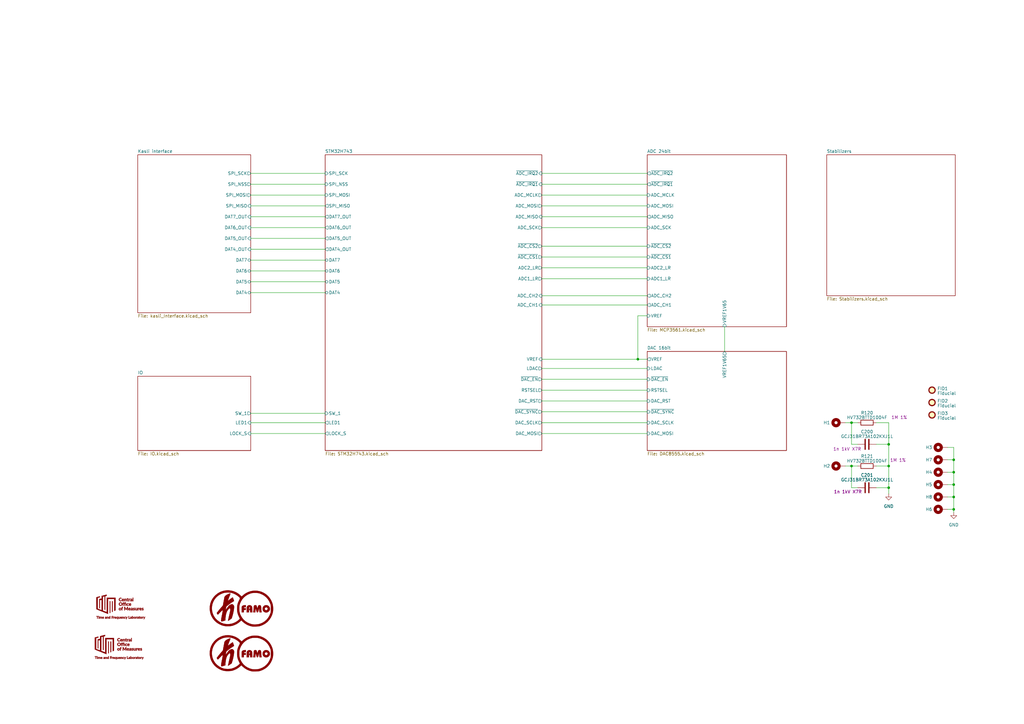
<source format=kicad_sch>
(kicad_sch (version 20250114) (generator "eeschema") (generator_version "9.0")
  (paper "A3")
  (lib_symbols
    (symbol "Device:C" (pin_numbers (hide yes)) (pin_names (offset 0.254))
      (property "Reference" "C" (at 0.635 2.54 0))
      (property "Value" "C" (at 0.635 -2.54 0))
      (symbol "C_1_1"
        (pin passive line (at 0 3.81 270) (length 2.794) (name "~") (number "1"))
        (pin passive line (at 0 -3.81 90) (length 2.794) (name "~") (number "2"))
      )
    )
    (symbol "Device:R" (pin_numbers (hide yes)) (pin_names (offset 0))
      (property "Reference" "R" (at 2.032 0 90))
      (property "Value" "R" (at 0 0 90))
      (symbol "R_1_1"
        (pin passive line (at 0 3.81 270) (length 1.27) (name "~") (number "1"))
        (pin passive line (at 0 -3.81 90) (length 1.27) (name "~") (number "2"))
      )
    )
    (symbol "FAMO_logo:LOGO" (pin_names (offset 1.016)))
    (symbol "GUM_logo:LOGO" (pin_names (offset 1.016)))
    (symbol "LOGO_1" (pin_names (offset 1.016)))
    (symbol "Mechanical:Fiducial" (exclude_from_sim yes) (in_bom no)
      (property "Reference" "FID" (at 0 5.08 0))
      (property "Value" "Fiducial" (at 0 3.175 0))
    )
    (symbol "Mechanical:MountingHole_Pad" (pin_numbers (hide yes)) (pin_names (offset 1.016) (hide yes)) (exclude_from_sim yes) (in_bom no)
      (property "Reference" "H" (at 0 6.35 0))
      (property "Value" "MountingHole_Pad" (at 0 4.445 0))
      (symbol "MountingHole_Pad_1_1"
        (pin input line (at 0 -2.54 90) (length 2.54) (name "1") (number "1"))
      )
    )
    (symbol "power:GND" (power) (pin_numbers (hide yes)) (pin_names (offset 0) (hide yes))
      (property "Value" "GND" (at 0 -3.81 0))
      (symbol "GND_1_1"
        (pin power_in line (at 0 0 270) (length 0) (name "~") (number "1"))
      )
    )
  )
  (junction (at 364.49 200.025))
  (junction (at 391.16 193.675))
  (junction (at 349.25 173.355))
  (junction (at 364.49 191.135))
  (junction (at 391.16 203.835))
  (junction (at 261.62 147.32))
  (junction (at 391.16 198.755))
  (junction (at 391.16 208.915))
  (junction (at 349.25 191.135))
  (junction (at 364.49 182.245))
  (junction (at 391.16 188.595))
  (wire (pts (xy 346.71 173.355) (xy 349.25 173.355)))
  (wire (pts (xy 391.16 188.595) (xy 391.16 193.675)))
  (wire (pts (xy 391.16 198.755) (xy 391.16 203.835)))
  (wire (pts (xy 222.25 93.345) (xy 265.43 93.345)))
  (wire (pts (xy 222.25 109.855) (xy 265.43 109.855)))
  (wire (pts (xy 102.87 75.565) (xy 133.35 75.565)))
  (wire (pts (xy 222.25 125.095) (xy 265.43 125.095)))
  (wire (pts (xy 364.49 200.025) (xy 359.41 200.025)))
  (wire (pts (xy 222.25 147.32) (xy 261.62 147.32)))
  (wire (pts (xy 222.25 160.02) (xy 265.43 160.02)))
  (wire (pts (xy 351.79 200.025) (xy 349.25 200.025)))
  (wire (pts (xy 346.71 191.135) (xy 349.25 191.135)))
  (wire (pts (xy 222.25 80.01) (xy 265.43 80.01)))
  (wire (pts (xy 222.25 105.41) (xy 265.43 105.41)))
  (wire (pts (xy 222.25 151.13) (xy 265.43 151.13)))
  (wire (pts (xy 349.25 191.135) (xy 351.79 191.135)))
  (wire (pts (xy 388.62 188.595) (xy 391.16 188.595)))
  (wire (pts (xy 261.62 129.54) (xy 261.62 147.32)))
  (wire (pts (xy 222.25 100.965) (xy 265.43 100.965)))
  (wire (pts (xy 102.87 102.235) (xy 133.35 102.235)))
  (wire (pts (xy 364.49 191.135) (xy 364.49 200.025)))
  (wire (pts (xy 391.16 193.675) (xy 391.16 198.755)))
  (wire (pts (xy 222.25 164.465) (xy 265.43 164.465)))
  (wire (pts (xy 364.49 173.355) (xy 364.49 182.245)))
  (wire (pts (xy 102.87 80.01) (xy 133.35 80.01)))
  (wire (pts (xy 364.49 202.565) (xy 364.49 200.025)))
  (wire (pts (xy 102.87 88.9) (xy 133.35 88.9)))
  (wire (pts (xy 391.16 210.185) (xy 391.16 208.915)))
  (wire (pts (xy 102.87 71.12) (xy 133.35 71.12)))
  (wire (pts (xy 297.18 133.985) (xy 297.18 144.145)))
  (wire (pts (xy 391.16 198.755) (xy 388.62 198.755)))
  (wire (pts (xy 349.25 200.025) (xy 349.25 191.135)))
  (wire (pts (xy 222.25 177.8) (xy 265.43 177.8)))
  (wire (pts (xy 222.25 88.9) (xy 265.43 88.9)))
  (wire (pts (xy 349.25 173.355) (xy 351.79 173.355)))
  (wire (pts (xy 222.25 75.565) (xy 265.43 75.565)))
  (wire (pts (xy 391.16 203.835) (xy 391.16 208.915)))
  (wire (pts (xy 391.16 183.515) (xy 391.16 188.595)))
  (wire (pts (xy 102.87 120.015) (xy 133.35 120.015)))
  (wire (pts (xy 102.87 93.345) (xy 133.35 93.345)))
  (wire (pts (xy 102.87 169.545) (xy 133.35 169.545)))
  (wire (pts (xy 359.41 191.135) (xy 364.49 191.135)))
  (wire (pts (xy 388.62 203.835) (xy 391.16 203.835)))
  (wire (pts (xy 222.25 121.285) (xy 265.43 121.285)))
  (wire (pts (xy 349.25 182.245) (xy 349.25 173.355)))
  (wire (pts (xy 222.25 173.355) (xy 265.43 173.355)))
  (wire (pts (xy 351.79 182.245) (xy 349.25 182.245)))
  (wire (pts (xy 102.87 97.79) (xy 133.35 97.79)))
  (wire (pts (xy 359.41 182.245) (xy 364.49 182.245)))
  (wire (pts (xy 222.25 84.455) (xy 265.43 84.455)))
  (wire (pts (xy 388.62 183.515) (xy 391.16 183.515)))
  (wire (pts (xy 388.62 208.915) (xy 391.16 208.915)))
  (wire (pts (xy 364.49 182.245) (xy 364.49 191.135)))
  (wire (pts (xy 102.87 173.355) (xy 133.35 173.355)))
  (wire (pts (xy 359.41 173.355) (xy 364.49 173.355)))
  (wire (pts (xy 388.62 193.675) (xy 391.16 193.675)))
  (wire (pts (xy 222.25 168.91) (xy 265.43 168.91)))
  (wire (pts (xy 102.87 106.68) (xy 133.35 106.68)))
  (wire (pts (xy 102.87 115.57) (xy 133.35 115.57)))
  (wire (pts (xy 102.87 177.8) (xy 133.35 177.8)))
  (wire (pts (xy 222.25 114.3) (xy 265.43 114.3)))
  (wire (pts (xy 102.87 111.125) (xy 133.35 111.125)))
  (wire (pts (xy 222.25 155.575) (xy 265.43 155.575)))
  (wire (pts (xy 222.25 71.12) (xy 265.43 71.12)))
  (wire (pts (xy 261.62 147.32) (xy 265.43 147.32)))
  (wire (pts (xy 102.87 84.455) (xy 133.35 84.455)))
  (wire (pts (xy 265.43 129.54) (xy 261.62 129.54)))
  (symbol (lib_id "Mechanical:MountingHole_Pad") (at 386.08 183.515 90) (unit 1) (in_bom no)
    (property "Reference" "H3" (at 381 183.515 90))
    (property "Value" "MountingHole_Pad" (effects (hide yes)))
    (property "Footprint" "MountingHole:MountingHole_3.2mm_M3_DIN965_Pad" (effects (hide yes)))
    (property "Description" "Mounting Hole with connection" (effects (hide yes)))
  )
  (symbol (lib_id "Mechanical:Fiducial") (at 382.27 170.18 0) (unit 1) (in_bom no)
    (property "Reference" "FID3" (at 384.429 169.5363 0) (effects (justify left)))
    (property "Value" "Fiducial" (at 384.429 171.4573 0) (effects (justify left)))
    (property "Footprint" "Fiducial:Fiducial_0.5mm_Mask1.5mm" (effects (hide yes)))
    (property "Description" "Fiducial Marker" (effects (hide yes)))
  )
  (symbol (lib_id "Mechanical:MountingHole_Pad") (at 344.17 191.135 90) (unit 1) (in_bom no)
    (property "Reference" "H2" (at 339.09 191.135 90))
    (property "Value" "MountingHole_Pad" (effects (hide yes)))
    (property "Footprint" "MountingHole:MountingHole_2.7mm_M2.5_DIN965_Pad" (effects (hide yes)))
    (property "Description" "Mounting Hole with connection" (effects (hide yes)))
  )
  (symbol (lib_id "Mechanical:MountingHole_Pad") (at 386.08 193.675 90) (unit 1) (in_bom no)
    (property "Reference" "H4" (at 381 193.675 90))
    (property "Value" "MountingHole_Pad" (effects (hide yes)))
    (property "Footprint" "MountingHole:MountingHole_3.2mm_M3_DIN965_Pad" (effects (hide yes)))
    (property "Description" "Mounting Hole with connection" (effects (hide yes)))
  )
  (symbol (lib_id "Device:C") (at 355.6 200.025 90) (unit 1)
    (property "Reference" "C201" (at 355.6 194.8561 90))
    (property "Value" "GCJ31BR73A102KXJ1L" (at 355.6 196.7771 90))
    (property "Footprint" "Capacitor_SMD:C_1206_3216Metric" (effects (hide yes)))
    (property "Description" "Unpolarized capacitor" (effects (hide yes)))
    (property "Comm" "1n 1kV X7R" (at 347.726 201.676 90))
  )
  (symbol (lib_id "Device:C") (at 355.6 182.245 90) (unit 1)
    (property "Reference" "C200" (at 355.6 177.0761 90))
    (property "Value" "GCJ31BR73A102KXJ1L" (at 355.6 178.9971 90))
    (property "Footprint" "Capacitor_SMD:C_1206_3216Metric" (effects (hide yes)))
    (property "Description" "Unpolarized capacitor" (effects (hide yes)))
    (property "Comm" "1n 1kV X7R" (at 347.472 184.15 90))
  )
  (symbol (lib_id "Mechanical:MountingHole_Pad") (at 386.08 188.595 90) (unit 1) (in_bom no)
    (property "Reference" "H7" (at 381 188.595 90))
    (property "Value" "MountingHole_Pad" (effects (hide yes)))
    (property "Footprint" "MountingHole:MountingHole_3.2mm_M3_DIN965_Pad" (effects (hide yes)))
    (property "Description" "Mounting Hole with connection" (effects (hide yes)))
  )
  (symbol (lib_id "power:GND") (at 391.16 210.185 0) (unit 1)
    (property "Reference" "#PWR0189" (effects (hide yes)))
    (property "Value" "GND" (at 391.16 215.265 0))
    (property "Description" "Power symbol creates a global label with name \"GND\" , ground" (effects (hide yes)))
  )
  (symbol (lib_id "FAMO_logo:LOGO") (at 99.06 249.555 0) (unit 1) (in_bom no)
    (property "Reference" "G3" (effects (hide yes)))
    (property "Value" "LOGO" (effects (hide yes)))
    (property "Footprint" "ff_lib_8:kl_famo_logo_small" (effects (hide yes)))
  )
  (symbol (lib_id "GUM_logo:LOGO") (at 48.895 265.43 0) (unit 1) (in_bom no)
    (property "Reference" "G2" (effects (hide yes)))
    (property "Value" "LOGO" (effects (hide yes)))
    (property "Footprint" "MY_Library:GUM_logo" (effects (hide yes)))
  )
  (symbol (lib_id "FAMO_logo:LOGO") (at 99.06 267.97 0) (unit 1) (in_bom no)
    (property "Reference" "G4" (effects (hide yes)))
    (property "Value" "LOGO" (effects (hide yes)))
    (property "Footprint" "ff_lib_8:kl_famo_logo_small" (effects (hide yes)))
  )
  (symbol (lib_id "Device:R") (at 355.6 191.135 90) (unit 1)
    (property "Reference" "R121" (at 355.6 187.1091 90))
    (property "Value" "HV732BTTD1004F" (at 355.6 189.0301 90))
    (property "Footprint" "Resistor_SMD:R_1206_3216Metric" (effects (hide yes)))
    (property "Description" "Resistor" (effects (hide yes)))
    (property "Comm" "1M 1%" (at 368.3 188.722 90))
  )
  (symbol (lib_id "Mechanical:MountingHole_Pad") (at 386.08 203.835 90) (unit 1) (in_bom no)
    (property "Reference" "H8" (at 381 203.835 90))
    (property "Value" "MountingHole_Pad" (effects (hide yes)))
    (property "Footprint" "MountingHole:MountingHole_3.2mm_M3_DIN965_Pad" (effects (hide yes)))
    (property "Description" "Mounting Hole with connection" (effects (hide yes)))
  )
  (symbol (lib_id "Mechanical:Fiducial") (at 382.27 165.1 0) (unit 1) (in_bom no)
    (property "Reference" "FID2" (at 384.429 164.4563 0) (effects (justify left)))
    (property "Value" "Fiducial" (at 384.429 166.3773 0) (effects (justify left)))
    (property "Footprint" "Fiducial:Fiducial_0.5mm_Mask1.5mm" (effects (hide yes)))
    (property "Description" "Fiducial Marker" (effects (hide yes)))
  )
  (symbol (lib_id "Mechanical:MountingHole_Pad") (at 386.08 198.755 90) (unit 1) (in_bom no)
    (property "Reference" "H5" (at 381 198.755 90))
    (property "Value" "MountingHole_Pad" (effects (hide yes)))
    (property "Footprint" "MountingHole:MountingHole_3.2mm_M3_DIN965_Pad" (effects (hide yes)))
    (property "Description" "Mounting Hole with connection" (effects (hide yes)))
  )
  (symbol (lib_id "Mechanical:Fiducial") (at 382.27 160.02 0) (unit 1) (in_bom no)
    (property "Reference" "FID1" (at 384.429 159.3763 0) (effects (justify left)))
    (property "Value" "Fiducial" (at 384.429 161.2973 0) (effects (justify left)))
    (property "Footprint" "Fiducial:Fiducial_0.5mm_Mask1.5mm" (effects (hide yes)))
    (property "Description" "Fiducial Marker" (effects (hide yes)))
  )
  (symbol (lib_id "Device:R") (at 355.6 173.355 90) (unit 1)
    (property "Reference" "R120" (at 355.6 169.3291 90))
    (property "Value" "HV732BTTD1004F" (at 355.6 171.2501 90))
    (property "Footprint" "Resistor_SMD:R_1206_3216Metric" (effects (hide yes)))
    (property "Description" "Resistor" (effects (hide yes)))
    (property "Comm" "1M 1%" (at 368.808 171.196 90))
  )
  (symbol (lib_id "Mechanical:MountingHole_Pad") (at 386.08 208.915 90) (unit 1) (in_bom no)
    (property "Reference" "H6" (at 381 208.915 90))
    (property "Value" "MountingHole_Pad" (effects (hide yes)))
    (property "Footprint" "MountingHole:MountingHole_3.2mm_M3_DIN965_Pad" (effects (hide yes)))
    (property "Description" "Mounting Hole with connection" (effects (hide yes)))
  )
  (symbol (lib_id "power:GND") (at 364.49 202.565 0) (unit 1)
    (property "Reference" "#PWR0255" (effects (hide yes)))
    (property "Value" "GND" (at 364.49 207.645 0))
    (property "Description" "Power symbol creates a global label with name \"GND\" , ground" (effects (hide yes)))
  )
  (symbol (lib_name "LOGO_1") (lib_id "GUM_logo:LOGO") (at 49.53 248.92 0) (unit 1) (in_bom no)
    (property "Reference" "G1" (effects (hide yes)))
    (property "Value" "LOGO" (effects (hide yes)))
    (property "Footprint" "MY_Library:GUM_logo" (effects (hide yes)))
  )
  (symbol (lib_id "Mechanical:MountingHole_Pad") (at 344.17 173.355 90) (unit 1) (in_bom no)
    (property "Reference" "H1" (at 339.09 173.355 90))
    (property "Value" "MountingHole_Pad" (effects (hide yes)))
    (property "Footprint" "MountingHole:MountingHole_2.7mm_M2.5_DIN965_Pad" (effects (hide yes)))
    (property "Description" "Mounting Hole with connection" (effects (hide yes)))
  )
  (sheet (at 265.43 144.145) (size 57.15 40.64) (stroke (width 0.1524))
    (property "Sheetname" "DAC 16bit" (at 265.43 143.4334 0) (effects (justify left bottom)))
    (property "Sheetfile" "DAC8555.kicad_sch" (at 265.43 185.3696 0) (effects (justify left top)))
    (pin "DAC_MOSI" input (at 265.43 177.8 180))
    (pin "DAC_RST" input (at 265.43 164.465 180))
    (pin "DAC_SCLK" input (at 265.43 173.355 180))
    (pin "RSTSEL" input (at 265.43 160.02 180))
    (pin "~{DAC_SYNC}" input (at 265.43 168.91 180))
    (pin "LDAC" input (at 265.43 151.13 180))
    (pin "~{DAC_EN}" input (at 265.43 155.575 180))
    (pin "VREF" output (at 265.43 147.32 180))
    (pin "VREF1V65" output (at 297.18 144.145 90))
  )
  (sheet (at 265.43 63.5) (size 57.15 70.485) (stroke (width 0.1524))
    (property "Sheetname" "ADC 24bit" (at 265.43 62.7884 0) (effects (justify left bottom)))
    (property "Sheetfile" "MCP3561.kicad_sch" (at 265.43 134.5696 0) (effects (justify left top)))
    (pin "ADC_MISO" output (at 265.43 88.9 180))
    (pin "~{ADC_IRQ1}" output (at 265.43 75.565 180))
    (pin "ADC_SCK" input (at 265.43 93.345 180))
    (pin "ADC_MOSI" input (at 265.43 84.455 180))
    (pin "~{ADC_CS1}" input (at 265.43 105.41 180))
    (pin "ADC_MCLK" input (at 265.43 80.01 180))
    (pin "~{ADC_CS2}" input (at 265.43 100.965 180))
    (pin "~{ADC_IRQ2}" output (at 265.43 71.12 180))
    (pin "ADC1_LR" input (at 265.43 114.3 180))
    (pin "ADC2_LR" input (at 265.43 109.855 180))
    (pin "ADC_CH2" output (at 265.43 121.285 180))
    (pin "ADC_CH1" output (at 265.43 125.095 180))
    (pin "VREF" input (at 265.43 129.54 180))
    (pin "VREF1V65" input (at 297.18 133.985 270))
  )
  (sheet (at 339.09 63.5) (size 52.705 57.785) (stroke (width 0.1524))
    (property "Sheetname" "Stabilizers" (at 339.09 62.7884 0) (effects (justify left bottom)))
    (property "Sheetfile" "Stabilizers.kicad_sch" (at 339.09 121.8696 0) (effects (justify left top)))
  )
  (sheet (at 56.515 63.5) (size 46.355 64.77) (stroke (width 0.1524))
    (property "Sheetname" "Kasli interface" (at 56.515 62.7884 0) (effects (justify left bottom)))
    (property "Sheetfile" "kasli_Interface.kicad_sch" (at 56.515 128.8546 0) (effects (justify left top)))
    (pin "SPI_SCK" output (at 102.87 71.12 0))
    (pin "SPI_MOSI" output (at 102.87 80.01 0))
    (pin "SPI_NSS" output (at 102.87 75.565 0))
    (pin "SPI_MISO" input (at 102.87 84.455 0))
    (pin "DAT7" bidirectional (at 102.87 106.68 0))
    (pin "DAT7_OUT" input (at 102.87 88.9 0))
    (pin "DAT6" bidirectional (at 102.87 111.125 0))
    (pin "DAT6_OUT" input (at 102.87 93.345 0))
    (pin "DAT5" bidirectional (at 102.87 115.57 0))
    (pin "DAT5_OUT" input (at 102.87 97.79 0))
    (pin "DAT4" bidirectional (at 102.87 120.015 0))
    (pin "DAT4_OUT" input (at 102.87 102.235 0))
  )
  (sheet (at 56.515 154.305) (size 46.355 30.48) (stroke (width 0.1524))
    (property "Sheetname" "IO" (at 56.515 153.5934 0) (effects (justify left bottom)))
    (property "Sheetfile" "IO.kicad_sch" (at 56.515 185.3696 0) (effects (justify left top)))
    (pin "LOCK_S" input (at 102.87 177.8 0))
    (pin "LED1" input (at 102.87 173.355 0))
    (pin "SW_1" output (at 102.87 169.545 0))
  )
  (sheet (at 133.35 63.5) (size 88.9 121.285) (stroke (width 0.1524))
    (property "Sheetname" "STM32H743" (at 133.35 62.7884 0) (effects (justify left bottom)))
    (property "Sheetfile" "STM32H743.kicad_sch" (at 133.35 185.3696 0) (effects (justify left top)))
    (pin "RSTSEL" output (at 222.25 160.02 0))
    (pin "LDAC" output (at 222.25 151.13 0))
    (pin "DAC_MOSI" output (at 222.25 177.8 0))
    (pin "~{DAC_EN}" output (at 222.25 155.575 0))
    (pin "~{DAC_SYNC}" output (at 222.25 168.91 0))
    (pin "DAC_SCLK" output (at 222.25 173.355 0))
    (pin "DAC_RST" output (at 222.25 164.465 0))
    (pin "~{ADC_CS2}" output (at 222.25 100.965 0))
    (pin "~{ADC_CS1}" output (at 222.25 105.41 0))
    (pin "~{ADC_IRQ1}" input (at 222.25 75.565 0))
    (pin "~{ADC_IRQ2}" input (at 222.25 71.12 0))
    (pin "ADC_SCK" output (at 222.25 93.345 0))
    (pin "ADC_MISO" input (at 222.25 88.9 0))
    (pin "ADC_MOSI" output (at 222.25 84.455 0))
    (pin "ADC_MCLK" output (at 222.25 80.01 0))
    (pin "ADC2_LR" output (at 222.25 109.855 0))
    (pin "ADC1_LR" output (at 222.25 114.3 0))
    (pin "SPI_SCK" input (at 133.35 71.12 180))
    (pin "SPI_NSS" input (at 133.35 75.565 180))
    (pin "SPI_MOSI" input (at 133.35 80.01 180))
    (pin "SPI_MISO" output (at 133.35 84.455 180))
    (pin "DAT7_OUT" output (at 133.35 88.9 180))
    (pin "DAT5_OUT" output (at 133.35 97.79 180))
    (pin "DAT4_OUT" output (at 133.35 102.235 180))
    (pin "DAT6_OUT" output (at 133.35 93.345 180))
    (pin "DAT6" bidirectional (at 133.35 111.125 180))
    (pin "DAT7" bidirectional (at 133.35 106.68 180))
    (pin "DAT4" bidirectional (at 133.35 120.015 180))
    (pin "DAT5" bidirectional (at 133.35 115.57 180))
    (pin "LOCK_S" output (at 133.35 177.8 180))
    (pin "ADC_CH1" input (at 222.25 125.095 0))
    (pin "ADC_CH2" input (at 222.25 121.285 0))
    (pin "SW_1" input (at 133.35 169.545 180))
    (pin "LED1" output (at 133.35 173.355 180))
    (pin "VREF" input (at 222.25 147.32 0))
  )
)
</source>
